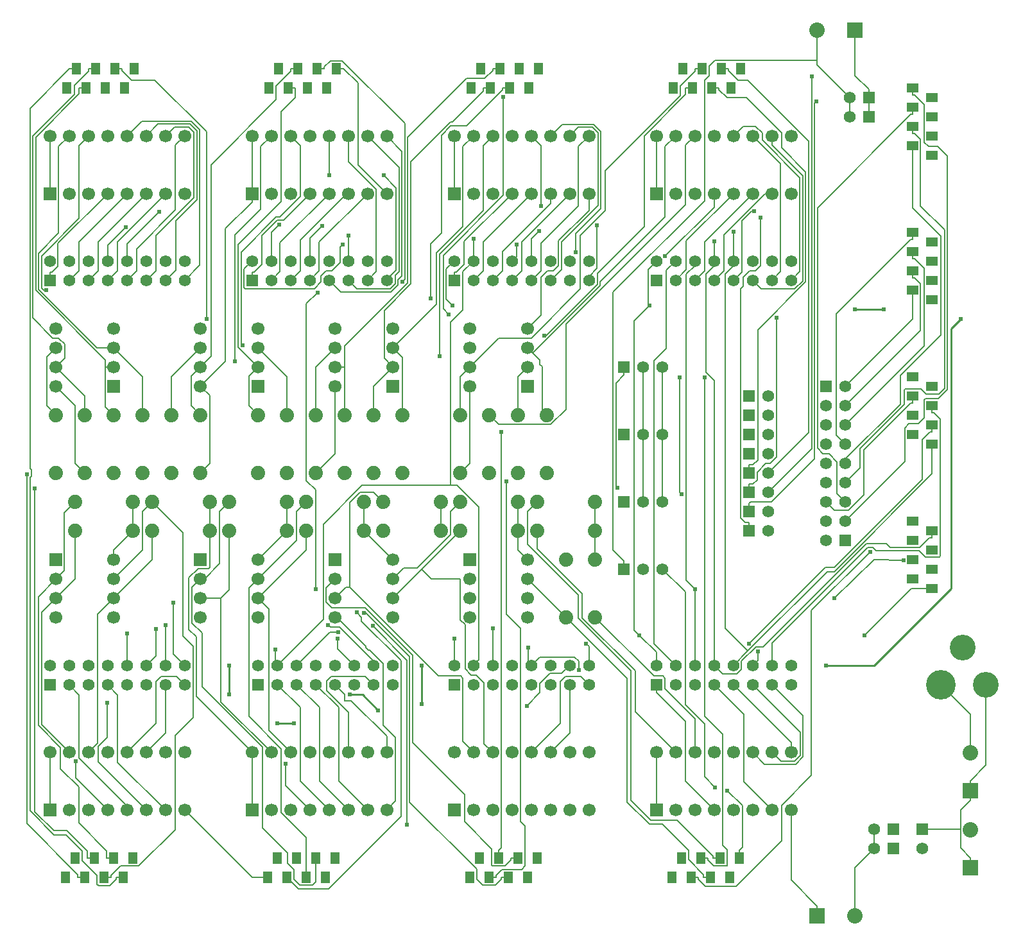
<source format=gbl>
G04 ---------------------------- Layer name :BOTTOM LAYER*
G04 EasyEDA v5.8.22, Thu, 20 Dec 2018 20:30:22 GMT*
G04 f422fc89d8fd4efca302d5ffe9b637f2*
G04 Gerber Generator version 0.2*
G04 Scale: 100 percent, Rotated: No, Reflected: No *
G04 Dimensions in millimeters *
G04 leading zeros omitted , absolute positions ,3 integer and 3 decimal *
%FSLAX33Y33*%
%MOMM*%
G90*
G71D02*

%ADD10C,0.254000*%
%ADD11C,0.210007*%
%ADD12C,0.610006*%
%ADD13C,0.619760*%
%ADD14R,1.295400X1.498600*%
%ADD15R,1.574800X1.574800*%
%ADD16C,1.574800*%
%ADD17R,2.032000X2.032000*%
%ADD18C,2.032000*%
%ADD19R,1.699260X1.699260*%
%ADD20C,1.699260*%
%ADD21R,1.498600X1.295400*%
%ADD22C,3.401060*%
%ADD23C,3.898900*%
%ADD24C,1.879600*%

%LPD*%
G54D11*
G01X99529Y92710D02*
G01X99529Y95346D01*
G01X46189Y92710D02*
G01X46189Y95780D01*
G01X47805Y97393D01*
G01X19522Y92710D02*
G01X19522Y94808D01*
G01X21904Y97193D01*
G01X72859Y92710D02*
G01X73461Y93311D01*
G01X73461Y94932D01*
G01X128272Y56222D02*
G01X127932Y56222D01*
G01X126662Y54952D01*
G01X122760Y54952D01*
G01X122234Y55476D01*
G01X119649Y55476D01*
G01X105991Y41818D01*
G01X105041Y41818D01*
G01X103136Y39913D01*
G01X103136Y38862D01*
G01X102527Y38252D01*
G01X100647Y38252D01*
G01X99529Y39370D01*
G01X99529Y92710D02*
G01X99529Y92113D01*
G01X98430Y91013D01*
G01X98430Y78036D01*
G01X99529Y76936D01*
G01X99529Y39370D01*
G01X128272Y57147D02*
G01X128272Y56222D01*
G01X44450Y39370D02*
G01X48821Y43741D01*
G01X49933Y43741D01*
G01X70319Y39370D02*
G01X70319Y44279D01*
G01X96989Y49443D02*
G01X95844Y50589D01*
G01X95844Y90967D01*
G01X96989Y92113D01*
G01X96989Y92710D01*
G01X96989Y49443D02*
G01X96989Y39370D01*
G01X115391Y48291D02*
G01X120650Y53340D01*
G01X124498Y53281D01*
G01X41910Y39370D02*
G01X41653Y39626D01*
G01X41653Y41508D01*
G01X67779Y92710D02*
G01X67779Y95628D01*
G01X42153Y97563D02*
G01X41109Y96522D01*
G01X41109Y92710D01*
G01X64764Y63146D02*
G01X53098Y63146D01*
G01X47972Y58021D01*
G01X47972Y45432D01*
G01X41910Y39370D01*
G01X64764Y63146D02*
G01X64764Y84625D01*
G01X66375Y86235D01*
G01X66375Y91305D01*
G01X67779Y92710D01*
G01X94449Y92710D02*
G01X93240Y91500D01*
G01X93240Y81191D01*
G01X91594Y79545D01*
G01X91594Y42224D01*
G01X94449Y39370D01*
G01X67779Y39370D02*
G01X68496Y40086D01*
G01X68496Y60241D01*
G01X65590Y63146D01*
G01X64764Y63146D01*
G01X16857Y13970D02*
G01X16857Y14894D01*
G01X14137Y17614D01*
G01X12410Y17614D01*
G01X9933Y20093D01*
G01X9933Y62717D01*
G01X17782Y13970D02*
G01X16857Y13970D01*
G01X71120Y14996D02*
G01X71455Y15331D01*
G01X71455Y70185D01*
G01X71120Y13970D02*
G01X71120Y14996D01*
G01X15587Y11430D02*
G01X15587Y11793D01*
G01X8841Y18539D01*
G01X8841Y64622D01*
G01X16512Y11430D02*
G01X15587Y11430D01*
G01X69852Y72387D02*
G01X71069Y71170D01*
G01X78003Y71170D01*
G01X80012Y73179D01*
G01X80012Y84396D01*
G01X95773Y100157D01*
G01X95773Y108003D01*
G01X96989Y109220D01*
G01X106680Y62230D02*
G01X112387Y67937D01*
G01X112387Y117045D01*
G01X48092Y118110D02*
G01X48092Y118341D01*
G01X48887Y119136D01*
G01X50469Y119136D01*
G01X58742Y110863D01*
G01X58742Y90302D01*
G01X58420Y89979D01*
G01X47167Y118110D02*
G01X48092Y118110D01*
G01X21424Y118110D02*
G01X21424Y117878D01*
G01X22707Y116596D01*
G01X25745Y116596D01*
G01X32580Y109761D01*
G01X32580Y85095D01*
G01X94985Y77332D02*
G01X94985Y62242D01*
G01X95255Y61970D01*
G01X20500Y118110D02*
G01X21424Y118110D01*
G01X65239Y39370D02*
G01X65239Y42928D01*
G01X91010Y86880D02*
G01X88960Y84830D01*
G01X88960Y44051D01*
G01X89662Y43350D01*
G01X91909Y39370D02*
G01X91909Y41104D01*
G01X89662Y43350D01*
G01X127246Y49527D02*
G01X125557Y49527D01*
G01X119377Y43347D01*
G01X128272Y49527D02*
G01X127246Y49527D01*
G01X91909Y92710D02*
G01X90797Y91597D01*
G01X90797Y87094D01*
G01X91010Y86880D01*
G01X65239Y92710D02*
G01X64175Y91645D01*
G01X64175Y87726D01*
G01X65021Y86880D01*
G01X38569Y92710D02*
G01X37505Y91645D01*
G01X37505Y89268D01*
G01X37678Y89095D01*
G01X46776Y89095D01*
G01X47652Y89971D01*
G01X47652Y90721D01*
G01X48369Y91440D01*
G01X49100Y91440D01*
G01X50187Y92527D01*
G01X50187Y94574D01*
G01X50553Y94940D01*
G01X75399Y39370D02*
G01X74988Y39784D01*
G01X74988Y41765D01*
G01X102069Y92710D02*
G01X102069Y96583D01*
G01X22062Y39370D02*
G01X22062Y43599D01*
G01X22062Y92710D02*
G01X22062Y94960D01*
G01X26299Y99199D01*
G01X75399Y39370D02*
G01X76502Y40472D01*
G01X81125Y40472D01*
G01X81655Y39941D01*
G01X81655Y38737D01*
G01X103992Y41313D02*
G01X102069Y39387D01*
G01X102069Y39370D01*
G01X128272Y68577D02*
G01X128272Y64643D01*
G01X128272Y64643D01*
G01X115371Y51742D01*
G01X114424Y51742D01*
G01X103992Y41313D01*
G01X102069Y92710D02*
G01X102069Y92113D01*
G01X101003Y91046D01*
G01X101003Y44305D01*
G01X103992Y41313D01*
G01X75399Y92710D02*
G01X75399Y95651D01*
G01X76410Y96662D01*
G01X52070Y39370D02*
G01X49895Y41544D01*
G01X49895Y42943D01*
G01X24602Y39370D02*
G01X25867Y40634D01*
G01X25867Y44196D01*
G01X51269Y92710D02*
G01X51269Y96126D01*
G01X128272Y71117D02*
G01X128272Y70192D01*
G01X128272Y70192D02*
G01X128041Y70192D01*
G01X126974Y69126D01*
G01X126974Y63886D01*
G01X115404Y52316D01*
G01X114167Y52316D01*
G01X104089Y42237D01*
G01X104609Y39370D02*
G01X105283Y40043D01*
G01X105283Y41236D01*
G01X27142Y39370D02*
G01X27142Y44706D01*
G01X54610Y39370D02*
G01X54610Y39916D01*
G01X50116Y44409D01*
G01X48897Y44409D01*
G01X48600Y44706D01*
G01X128272Y73657D02*
G01X128272Y72732D01*
G01X128272Y72732D02*
G01X128503Y72732D01*
G01X129395Y71838D01*
G01X129395Y53820D01*
G01X129260Y53682D01*
G01X127391Y53682D01*
G01X126522Y54551D01*
G01X120870Y54551D01*
G01X120456Y54963D01*
G01X119814Y54963D01*
G01X107149Y42298D01*
G01X107149Y39370D01*
G01X80479Y39370D02*
G01X79415Y38305D01*
G01X77889Y38305D01*
G01X76568Y36984D01*
G01X76568Y35765D01*
G01X74795Y33995D01*
G01X56349Y20320D02*
G01X57513Y21483D01*
G01X57513Y29834D01*
G01X55880Y31470D01*
G01X55880Y39621D01*
G01X54104Y41396D01*
G01X53954Y41396D01*
G01X53614Y41737D01*
G01X53614Y41887D01*
G01X49781Y45720D01*
G01X49530Y45720D01*
G01X50632Y118110D02*
G01X52539Y116202D01*
G01X52539Y105410D01*
G01X56349Y101600D01*
G01X83019Y101600D02*
G01X83019Y99382D01*
G01X79004Y95366D01*
G01X79004Y92102D01*
G01X78341Y91440D01*
G01X77500Y91440D01*
G01X76669Y90609D01*
G01X76669Y85559D01*
G01X74930Y83820D01*
G01X90172Y69847D02*
G01X90172Y78737D01*
G01X90175Y60957D02*
G01X90172Y60960D01*
G01X90172Y69847D01*
G01X119941Y111757D02*
G01X119941Y114300D01*
G01X132057Y17780D02*
G01X132057Y15285D01*
G01X133350Y13992D01*
G01X133352Y21567D02*
G01X132057Y20269D01*
G01X132057Y17780D01*
G01X127000Y17780D02*
G01X132057Y17780D01*
G01X29682Y20320D02*
G01X38572Y11430D01*
G01X40640Y11430D01*
G01X49707Y118110D02*
G01X50632Y118110D01*
G01X113108Y6350D02*
G01X113108Y7642D01*
G01X113108Y7642D02*
G01X109689Y11061D01*
G01X109689Y20320D01*
G01X119941Y114300D02*
G01X119941Y115364D01*
G01X118112Y123187D02*
G01X118112Y117193D01*
G01X119941Y115364D01*
G01X133350Y12700D02*
G01X133350Y13992D01*
G01X133352Y22860D02*
G01X133352Y21567D01*
G01X133352Y23505D02*
G01X133352Y22860D01*
G01X133352Y23505D02*
G01X133352Y24152D01*
G01X135409Y36827D02*
G01X135409Y26210D01*
G01X133352Y24152D01*
G01X87630Y53134D02*
G01X86182Y54582D01*
G01X86182Y88595D01*
G01X98259Y100672D01*
G01X98259Y116535D01*
G01X98892Y117167D01*
G01X98892Y118447D01*
G01X99636Y119189D01*
G01X113108Y119189D01*
G01X113108Y119189D02*
G01X113108Y118592D01*
G01X117401Y114300D01*
G01X113108Y123187D02*
G01X113108Y119189D01*
G01X87630Y52070D02*
G01X87630Y53134D01*
G01X117401Y111757D02*
G01X117401Y111757D01*
G01X117401Y114300D01*
G01X70774Y11430D02*
G01X70774Y11661D01*
G01X71569Y12456D01*
G01X74122Y12456D01*
G01X74584Y12920D01*
G01X74584Y18186D01*
G01X74000Y18770D01*
G01X74000Y44254D01*
G01X72097Y46156D01*
G01X72097Y63687D01*
G01X69850Y11430D02*
G01X70774Y11430D01*
G01X52359Y46390D02*
G01X53014Y45735D01*
G01X53014Y45222D01*
G01X58229Y40007D01*
G01X58229Y19441D01*
G01X48676Y9885D01*
G01X44724Y9885D01*
G01X43180Y11430D01*
G01X98259Y77383D02*
G01X98259Y32710D01*
G01X100662Y30307D01*
G01X100662Y15633D01*
G01X101272Y15024D01*
G01X101272Y13004D01*
G01X101211Y12943D01*
G01X99509Y12943D01*
G01X98714Y13738D01*
G01X98714Y13970D01*
G01X97790Y13970D02*
G01X98714Y13970D01*
G01X28196Y47614D02*
G01X28196Y40855D01*
G01X29682Y39370D01*
G01X47198Y88569D02*
G01X45727Y87096D01*
G01X45727Y63776D01*
G01X46977Y62527D01*
G01X46977Y49433D01*
G01X83019Y39370D02*
G01X83019Y41871D01*
G01X82633Y42257D01*
G01X64508Y85676D02*
G01X63789Y86395D01*
G01X63789Y93454D01*
G01X71714Y101379D01*
G01X71714Y114348D01*
G01X92710Y52070D02*
G01X95719Y49060D01*
G01X95719Y34226D01*
G01X98259Y31686D01*
G01X98259Y24711D01*
G01X99679Y23291D01*
G01X102870Y14996D02*
G01X103284Y15410D01*
G01X103284Y20861D01*
G01X101254Y22887D01*
G01X102870Y13970D02*
G01X102870Y14996D01*
G01X92712Y69847D02*
G01X92712Y78737D01*
G01X92715Y60957D02*
G01X92712Y60960D01*
G01X92712Y69847D01*
G01X118112Y6347D02*
G01X118112Y12700D01*
G01X120650Y15237D01*
G01X120650Y15237D02*
G01X120650Y17780D01*
G01X129415Y36827D02*
G01X133352Y32890D01*
G01X133352Y27861D01*
G01X97444Y11430D02*
G01X97444Y11198D01*
G01X98369Y10274D01*
G01X102443Y10274D01*
G01X108419Y16248D01*
G01X108419Y20919D01*
G01X112377Y24879D01*
G01X112377Y46639D01*
G01X120119Y54381D01*
G01X96520Y11430D02*
G01X97444Y11430D01*
G01X58996Y18333D02*
G01X58996Y40065D01*
G01X54472Y44589D01*
G01X104140Y63294D02*
G01X104673Y63294D01*
G01X105204Y63827D01*
G01X105204Y64874D01*
G01X106370Y66040D01*
G01X106923Y66040D01*
G01X107746Y66862D01*
G01X107746Y85211D01*
G01X72567Y115567D02*
G01X71643Y115567D01*
G01X104140Y62230D02*
G01X104140Y63294D01*
G01X62113Y87800D02*
G01X62113Y94957D01*
G01X63540Y96385D01*
G01X63540Y109319D01*
G01X64747Y110528D01*
G01X66835Y110528D01*
G01X71643Y115336D01*
G01X71643Y115567D01*
G01X104140Y60754D02*
G01X104345Y60960D01*
G01X107111Y60960D01*
G01X112770Y66619D01*
G01X112770Y113548D01*
G01X112994Y113771D01*
G01X104140Y59690D02*
G01X104140Y60754D01*
G01X104140Y58214D02*
G01X103604Y58214D01*
G01X103017Y58801D01*
G01X103017Y89047D01*
G01X103339Y89369D01*
G01X103339Y90609D01*
G01X104170Y91440D01*
G01X105011Y91440D01*
G01X105674Y92102D01*
G01X105674Y98473D01*
G01X104140Y57150D02*
G01X104140Y58214D01*
G01X22062Y109220D02*
G01X24030Y111191D01*
G01X30535Y111191D01*
G01X31683Y110042D01*
G01X31683Y92171D01*
G01X29682Y90170D01*
G01X91909Y36830D02*
G01X91909Y35765D01*
G01X91909Y35765D02*
G01X95719Y31955D01*
G01X95719Y24130D01*
G01X99529Y20320D01*
G01X43649Y90170D02*
G01X44919Y91440D01*
G01X44919Y95478D01*
G01X51041Y101600D01*
G01X51269Y101600D01*
G01X107149Y36830D02*
G01X111252Y32727D01*
G01X111252Y27305D01*
G01X110304Y26357D01*
G01X106192Y26357D01*
G01X104609Y27940D01*
G01X76200Y57150D02*
G01X76200Y54805D01*
G01X82133Y48872D01*
G01X82133Y45626D01*
G01X89108Y38651D01*
G01X89108Y33281D01*
G01X94449Y27940D01*
G01X96989Y27940D02*
G01X96989Y32349D01*
G01X93045Y36296D01*
G01X93045Y37670D01*
G01X92750Y37965D01*
G01X91577Y37965D01*
G01X83822Y45717D01*
G01X11399Y88851D02*
G01X11109Y88851D01*
G01X10797Y89166D01*
G01X10797Y93416D01*
G01X15712Y98331D01*
G01X15712Y107950D01*
G01X16982Y109220D01*
G01X12700Y72390D02*
G01X11465Y73624D01*
G01X11465Y80043D01*
G01X12702Y81277D01*
G01X80479Y36830D02*
G01X80479Y30480D01*
G01X77939Y27940D01*
G01X63284Y80149D02*
G01X63284Y93614D01*
G01X69049Y99382D01*
G01X69049Y107950D01*
G01X70319Y109220D01*
G01X46990Y72390D02*
G01X46990Y78737D01*
G01X49532Y81277D01*
G01X100162Y115570D02*
G01X100162Y115338D01*
G01X101229Y114272D01*
G01X103756Y114272D01*
G01X108419Y109608D01*
G01X108419Y107701D01*
G01X111612Y104505D01*
G01X111612Y89971D01*
G01X105275Y83632D01*
G01X105275Y66436D01*
G01X104673Y65834D01*
G01X104140Y65834D01*
G01X99237Y115570D02*
G01X100162Y115570D01*
G01X104140Y64770D02*
G01X104140Y65834D01*
G01X51475Y49672D02*
G01X63185Y37965D01*
G01X66080Y37965D01*
G01X66375Y37670D01*
G01X66375Y29347D01*
G01X67779Y27940D01*
G01X49530Y48260D02*
G01X50942Y49672D01*
G01X51475Y49672D01*
G01X55885Y60957D02*
G01X54612Y62230D01*
G01X52804Y62230D01*
G01X51475Y60901D01*
G01X51475Y49672D01*
G01X57152Y81277D02*
G01X62900Y87028D01*
G01X62900Y93774D01*
G01X66375Y97248D01*
G01X66375Y107815D01*
G01X67779Y109220D01*
G01X58420Y72390D02*
G01X58420Y80010D01*
G01X57152Y81277D01*
G01X19522Y36830D02*
G01X20848Y35504D01*
G01X20848Y26614D01*
G01X27142Y20320D01*
G01X24602Y109220D02*
G01X26189Y110807D01*
G01X30378Y110807D01*
G01X31300Y109885D01*
G01X31300Y100817D01*
G01X28488Y98005D01*
G01X28488Y91516D01*
G01X27142Y90170D01*
G01X100330Y13970D02*
G01X99405Y13970D01*
G01X76202Y60960D02*
G01X74932Y59690D01*
G01X74932Y55338D01*
G01X81615Y48658D01*
G01X81615Y45603D01*
G01X88567Y38651D01*
G01X88567Y21567D01*
G01X91183Y18950D01*
G01X94653Y18950D01*
G01X99405Y14201D01*
G01X99405Y13970D01*
G01X45720Y11430D02*
G01X45720Y16634D01*
G01X42379Y19974D01*
G01X42379Y28387D01*
G01X38133Y32633D01*
G01X38133Y49563D01*
G01X39370Y50800D01*
G01X45722Y60957D02*
G01X44452Y59687D01*
G01X44452Y55882D01*
G01X39370Y50800D01*
G01X75618Y80591D02*
G01X74930Y81280D01*
G01X77472Y72387D02*
G01X76837Y73025D01*
G01X76837Y78803D01*
G01X76555Y79082D01*
G01X76555Y79654D01*
G01X75618Y80591D01*
G01X94449Y109220D02*
G01X93042Y107812D01*
G01X93042Y98559D01*
G01X84490Y90004D01*
G01X84490Y89463D01*
G01X75618Y80591D01*
G01X98135Y11430D02*
G01X98135Y11790D01*
G01X96174Y13751D01*
G01X96174Y14991D01*
G01X92732Y18432D01*
G01X90972Y18432D01*
G01X88061Y21343D01*
G01X88061Y37668D01*
G01X80010Y45720D01*
G01X99060Y11430D02*
G01X98135Y11430D01*
G01X80010Y45720D02*
G01X80010Y45720D01*
G01X74932Y50797D01*
G01X71465Y11430D02*
G01X71465Y11198D01*
G01X70670Y10403D01*
G01X69016Y10403D01*
G01X68234Y11183D01*
G01X68234Y12489D01*
G01X59377Y21343D01*
G01X59377Y40543D01*
G01X53621Y46299D01*
G01X53334Y46299D01*
G01X72390Y11430D02*
G01X71465Y11430D01*
G01X66042Y60957D02*
G01X64772Y59690D01*
G01X64772Y56669D01*
G01X60314Y52212D01*
G01X58562Y52212D01*
G01X58562Y52212D01*
G01X57150Y50800D01*
G01X100507Y118110D02*
G01X101432Y118110D01*
G01X106680Y64770D02*
G01X112003Y70093D01*
G01X112003Y108531D01*
G01X103939Y116596D01*
G01X102715Y116596D01*
G01X101432Y117878D01*
G01X101432Y118110D01*
G01X69103Y115567D02*
G01X69103Y115153D01*
G01X64996Y111046D01*
G01X64724Y111046D01*
G01X59507Y105829D01*
G01X59507Y89702D01*
G01X55996Y86189D01*
G01X55996Y79893D01*
G01X57152Y78737D01*
G01X70027Y115567D02*
G01X69103Y115567D01*
G01X54612Y72387D02*
G01X54612Y76197D01*
G01X57152Y78737D01*
G01X56349Y109220D02*
G01X58359Y107210D01*
G01X58359Y90741D01*
G01X57838Y90220D01*
G01X57838Y89557D01*
G01X56890Y88610D01*
G01X50289Y88610D01*
G01X48729Y90170D01*
G01X51269Y109220D02*
G01X51269Y105857D01*
G01X54945Y102184D01*
G01X54945Y91302D01*
G01X53809Y90170D01*
G01X56349Y90170D02*
G01X56349Y90299D01*
G01X57594Y91541D01*
G01X57594Y102379D01*
G01X55910Y104063D01*
G01X48729Y109220D02*
G01X48729Y104063D01*
G01X53809Y20320D02*
G01X49999Y24130D01*
G01X49999Y33820D01*
G01X46990Y36830D01*
G01X38569Y91234D02*
G01X38836Y91234D01*
G01X39839Y92240D01*
G01X39839Y96075D01*
G01X41912Y98145D01*
G01X42738Y98145D01*
G01X46189Y101600D01*
G01X38569Y90170D02*
G01X38569Y91234D01*
G01X14495Y118110D02*
G01X9265Y112880D01*
G01X9265Y65351D01*
G01X9436Y65181D01*
G01X9436Y64358D01*
G01X9265Y64185D01*
G01X9265Y20220D01*
G01X12443Y17040D01*
G01X14018Y17040D01*
G01X16189Y14871D01*
G01X16189Y13586D01*
G01X18127Y11648D01*
G01X18127Y10507D01*
G01X18341Y10294D01*
G01X19763Y10294D01*
G01X20667Y11198D01*
G01X20667Y11430D01*
G01X15420Y118110D02*
G01X14495Y118110D01*
G01X21592Y11430D02*
G01X20667Y11430D01*
G01X87632Y78737D02*
G01X87632Y77673D01*
G01X87632Y77673D02*
G01X86568Y76608D01*
G01X86568Y63070D01*
G01X86791Y62847D01*
G01X33020Y57150D02*
G01X33020Y52341D01*
G01X32834Y52156D01*
G01X31468Y52156D01*
G01X30238Y50927D01*
G01X30238Y44091D01*
G01X31196Y43134D01*
G01X31196Y35313D01*
G01X38569Y27940D01*
G01X63505Y60957D02*
G01X63502Y60954D01*
G01X63502Y57147D01*
G01X38569Y27940D02*
G01X38569Y21447D01*
G01X38572Y21447D01*
G01X91909Y20320D02*
G01X91909Y21447D01*
G01X91909Y27940D02*
G01X91909Y21447D01*
G01X91909Y21447D01*
G01X38572Y20320D02*
G01X38572Y21447D01*
G01X11902Y20320D02*
G01X11902Y21447D01*
G01X11902Y27940D02*
G01X11902Y21447D01*
G01X11902Y21447D01*
G01X83822Y57150D02*
G01X83822Y60960D01*
G01X83822Y53337D02*
G01X83822Y57150D01*
G01X83820Y57150D02*
G01X83822Y57150D01*
G01X73665Y57147D02*
G01X73665Y54607D01*
G01X74932Y53337D01*
G01X73662Y60957D02*
G01X73662Y57150D01*
G01X73665Y57147D01*
G01X43182Y57147D02*
G01X43177Y57147D01*
G01X39370Y53340D01*
G01X43182Y57147D02*
G01X43182Y60957D01*
G01X53342Y57147D02*
G01X57150Y53340D01*
G01X57150Y53340D01*
G01X53342Y60957D02*
G01X53342Y57147D01*
G01X22860Y57150D02*
G01X20322Y54612D01*
G01X20322Y53337D01*
G01X22860Y57150D02*
G01X22860Y60960D01*
G01X33020Y57150D02*
G01X33020Y60960D01*
G01X49530Y50800D02*
G01X48356Y49626D01*
G01X48356Y47706D01*
G01X49070Y46990D01*
G01X53472Y46990D01*
G01X59761Y40700D01*
G01X59761Y29182D01*
G01X66581Y22362D01*
G01X66581Y18757D01*
G01X70195Y15143D01*
G01X70195Y13004D01*
G01X70256Y12943D01*
G01X71940Y12943D01*
G01X72735Y13738D01*
G01X72735Y13970D01*
G01X73660Y13970D02*
G01X72735Y13970D01*
G01X60959Y52070D02*
G01X62189Y50800D01*
G01X66040Y50800D01*
G01X66042Y45387D01*
G01X66672Y44757D01*
G01X66672Y38930D01*
G01X67503Y38100D01*
G01X68181Y38100D01*
G01X69202Y37078D01*
G01X69202Y29057D01*
G01X70319Y27940D01*
G01X60162Y51267D02*
G01X57157Y48260D01*
G01X57150Y48260D01*
G01X66045Y57147D02*
G01X60162Y51267D01*
G01X31750Y50800D02*
G01X30622Y49672D01*
G01X30622Y44975D01*
G01X31963Y43637D01*
G01X31963Y36537D01*
G01X39921Y28577D01*
G01X39921Y17940D01*
G01X43248Y14612D01*
G01X43248Y13274D01*
G01X44104Y12420D01*
G01X44104Y11158D01*
G01X44861Y10403D01*
G01X46583Y10403D01*
G01X46990Y10810D01*
G01X46990Y13970D01*
G01X35562Y60957D02*
G01X34290Y59687D01*
G01X34290Y52798D01*
G01X32291Y50800D01*
G01X31750Y50800D01*
G01X34480Y48260D02*
G01X34480Y34569D01*
G01X41109Y27940D01*
G01X34480Y48260D02*
G01X35562Y49339D01*
G01X35562Y57147D01*
G01X34480Y48260D02*
G01X31750Y48260D01*
G01X39370Y48260D02*
G01X40782Y46847D01*
G01X40782Y30807D01*
G01X43649Y27940D01*
G01X45722Y57147D02*
G01X45722Y54612D01*
G01X39370Y48260D01*
G01X25400Y60960D02*
G01X29433Y56926D01*
G01X29433Y43273D01*
G01X30812Y41892D01*
G01X30812Y32534D01*
G01X28412Y30132D01*
G01X28412Y17724D01*
G01X23632Y12943D01*
G01X21259Y12943D01*
G01X19977Y11661D01*
G01X19977Y11430D01*
G01X19052Y11430D02*
G01X19977Y11430D01*
G01X25400Y60960D02*
G01X24130Y59690D01*
G01X24130Y54607D01*
G01X20322Y50797D01*
G01X20322Y13970D02*
G01X19397Y13970D01*
G01X19397Y13970D02*
G01X19397Y14894D01*
G01X15712Y18580D01*
G01X15712Y23347D01*
G01X13307Y25753D01*
G01X13307Y28521D01*
G01X10363Y31468D01*
G01X10363Y48460D01*
G01X12702Y50797D01*
G01X15240Y60960D02*
G01X13827Y59547D01*
G01X13827Y51925D01*
G01X12702Y50797D01*
G01X12702Y48257D02*
G01X10815Y46372D01*
G01X10815Y31567D01*
G01X14442Y27940D01*
G01X15240Y57150D02*
G01X15240Y50797D01*
G01X12702Y48257D01*
G01X20322Y48257D02*
G01X18176Y46113D01*
G01X18176Y29136D01*
G01X16982Y27940D01*
G01X25400Y57150D02*
G01X25400Y53337D01*
G01X20322Y48257D01*
G01X67310Y78740D02*
G01X71130Y82562D01*
G01X75394Y82562D01*
G01X81864Y89029D01*
G01X81864Y96080D01*
G01X85189Y99405D01*
G01X85189Y104673D01*
G01X95082Y114566D01*
G01X95082Y115788D01*
G01X97043Y117749D01*
G01X97043Y118110D01*
G01X97967Y118110D02*
G01X97043Y118110D01*
G01X66042Y72387D02*
G01X66042Y77472D01*
G01X67310Y78740D01*
G01X95773Y115570D02*
G01X95773Y114716D01*
G01X90291Y109235D01*
G01X90291Y97266D01*
G01X84107Y91079D01*
G01X84107Y89621D01*
G01X77388Y82903D01*
G01X77083Y82903D01*
G01X96697Y115570D02*
G01X95773Y115570D01*
G01X73660Y72390D02*
G01X73660Y77470D01*
G01X74930Y78740D01*
G01X31750Y64770D02*
G01X32986Y66009D01*
G01X32986Y74963D01*
G01X31752Y76197D01*
G01X38572Y100474D02*
G01X35074Y96977D01*
G01X35074Y79519D01*
G01X31752Y76197D01*
G01X66042Y64767D02*
G01X67310Y66037D01*
G01X67310Y76200D01*
G01X49532Y76197D02*
G01X49532Y67312D01*
G01X46990Y64770D01*
G01X12702Y76197D02*
G01X15250Y73649D01*
G01X15250Y66029D01*
G01X16512Y64767D01*
G01X38572Y101600D02*
G01X38572Y100474D01*
G01X38572Y102163D02*
G01X38572Y101600D01*
G01X38572Y102163D02*
G01X38572Y102727D01*
G01X91909Y101600D02*
G01X91909Y102727D01*
G01X91909Y109220D02*
G01X91909Y102727D01*
G01X91909Y102727D01*
G01X65242Y101600D02*
G01X65242Y102727D01*
G01X65239Y109220D02*
G01X65239Y102727D01*
G01X65242Y102727D01*
G01X38569Y109220D02*
G01X38569Y102727D01*
G01X38572Y102727D01*
G01X11902Y101600D02*
G01X11902Y102727D01*
G01X11902Y109220D02*
G01X11902Y102727D01*
G01X11902Y102727D01*
G01X70373Y118107D02*
G01X70373Y117876D01*
G01X69286Y116789D01*
G01X66903Y116789D01*
G01X59126Y109011D01*
G01X59126Y89860D01*
G01X50800Y81534D01*
G01X50800Y81534D01*
G01X50800Y78737D01*
G01X71297Y118107D02*
G01X70373Y118107D01*
G01X50800Y72390D02*
G01X50800Y78737D01*
G01X50800Y78737D02*
G01X49532Y78737D01*
G01X44627Y118110D02*
G01X43703Y118110D01*
G01X43703Y118110D02*
G01X43703Y117769D01*
G01X41755Y115818D01*
G01X41755Y114000D01*
G01X33164Y105412D01*
G01X33164Y80152D01*
G01X31752Y78737D01*
G01X31750Y72390D02*
G01X30515Y73624D01*
G01X30515Y77503D01*
G01X31752Y78737D01*
G01X39372Y78737D02*
G01X36720Y81389D01*
G01X36720Y94894D01*
G01X42379Y100556D01*
G01X42379Y112392D01*
G01X44282Y114292D01*
G01X44282Y115570D01*
G01X43357Y115570D02*
G01X44282Y115570D01*
G01X39372Y72387D02*
G01X38148Y73611D01*
G01X38148Y77513D01*
G01X39372Y78737D01*
G01X41109Y109220D02*
G01X39705Y107815D01*
G01X39705Y99537D01*
G01X36337Y96169D01*
G01X36337Y79481D01*
G01X43182Y72387D02*
G01X43182Y77467D01*
G01X39372Y81277D01*
G01X37322Y81615D02*
G01X37122Y81815D01*
G01X37122Y93898D01*
G01X41752Y98529D01*
G01X42217Y98529D01*
G01X44919Y101231D01*
G01X44919Y107950D01*
G01X43649Y109220D01*
G01X27942Y72387D02*
G01X27942Y77470D01*
G01X31752Y81277D01*
G01X12702Y78737D02*
G01X13853Y79890D01*
G01X13853Y81762D01*
G01X13065Y82547D01*
G01X12306Y82547D01*
G01X9649Y85206D01*
G01X9649Y109184D01*
G01X15176Y114714D01*
G01X15176Y115907D01*
G01X17035Y117767D01*
G01X17035Y118110D01*
G01X17960Y118110D02*
G01X17035Y118110D01*
G01X16512Y72387D02*
G01X16512Y74927D01*
G01X12702Y78737D01*
G01X19194Y78737D02*
G01X19194Y79687D01*
G01X10030Y88849D01*
G01X10030Y109024D01*
G01X15765Y114759D01*
G01X15765Y115570D01*
G01X20320Y72390D02*
G01X19194Y73515D01*
G01X19194Y78737D01*
G01X19194Y78737D02*
G01X20322Y78737D01*
G01X16690Y115570D02*
G01X15765Y115570D01*
G01X20322Y81277D02*
G01X18143Y81277D01*
G01X10414Y89006D01*
G01X10414Y93756D01*
G01X13047Y96393D01*
G01X13047Y107828D01*
G01X13047Y107828D01*
G01X14442Y109220D01*
G01X24132Y72387D02*
G01X24132Y77467D01*
G01X20322Y81277D01*
G01X99529Y36830D02*
G01X103474Y32885D01*
G01X103474Y23995D01*
G01X107149Y20320D01*
G01X102069Y36830D02*
G01X109689Y29210D01*
G01X109689Y27940D01*
G01X107149Y27940D02*
G01X108348Y26741D01*
G01X110147Y26741D01*
G01X110871Y27465D01*
G01X110871Y30568D01*
G01X104609Y36830D01*
G01X46189Y20320D02*
G01X42984Y23525D01*
G01X42984Y26395D01*
G01X41910Y36830D02*
G01X44919Y33820D01*
G01X44919Y24130D01*
G01X48729Y20320D01*
G01X44450Y36830D02*
G01X47459Y33820D01*
G01X47459Y24130D01*
G01X51269Y20320D01*
G01X49530Y36830D02*
G01X50802Y35557D01*
G01X50804Y34696D01*
G01X51652Y34696D01*
G01X56349Y30010D01*
G01X56349Y27940D01*
G01X54610Y36830D02*
G01X53502Y37937D01*
G01X49029Y37937D01*
G01X48387Y37294D01*
G01X48387Y36029D01*
G01X51269Y33144D01*
G01X51269Y27940D01*
G01X14442Y36830D02*
G01X15768Y35504D01*
G01X15768Y27147D01*
G01X22062Y20853D01*
G01X22062Y20320D01*
G01X19456Y34470D02*
G01X19456Y29862D01*
G01X18252Y28658D01*
G01X18252Y26670D01*
G01X24602Y20320D01*
G01X27142Y36830D02*
G01X27142Y30480D01*
G01X24602Y27940D01*
G01X93057Y93350D02*
G01X99529Y99819D01*
G01X99529Y101600D01*
G01X102069Y101600D02*
G01X95862Y95392D01*
G01X95862Y91582D01*
G01X94449Y90170D01*
G01X96989Y90170D02*
G01X98259Y91440D01*
G01X98259Y95250D01*
G01X104609Y101600D01*
G01X99529Y90170D02*
G01X100799Y91440D01*
G01X100799Y96169D01*
G01X106230Y101600D01*
G01X107149Y101600D01*
G01X102069Y90170D02*
G01X103182Y91282D01*
G01X103182Y98010D01*
G01X104475Y99306D01*
G01X104775Y99306D01*
G01X104609Y90170D02*
G01X105707Y89072D01*
G01X110172Y89072D01*
G01X111213Y90114D01*
G01X111213Y103924D01*
G01X107149Y107988D01*
G01X107149Y109220D01*
G01X107149Y90170D02*
G01X108303Y91323D01*
G01X108303Y105526D01*
G01X104609Y109220D01*
G01X109689Y90170D02*
G01X110830Y91310D01*
G01X110830Y103710D01*
G01X105879Y108661D01*
G01X105879Y109616D01*
G01X104988Y110507D01*
G01X103357Y110507D01*
G01X102069Y109220D01*
G01X65239Y91234D02*
G01X65506Y91234D01*
G01X66545Y92273D01*
G01X66545Y95285D01*
G01X72859Y101600D01*
G01X65239Y90170D02*
G01X65239Y91234D01*
G01X67779Y90170D02*
G01X69049Y91440D01*
G01X69049Y95250D01*
G01X75399Y101600D01*
G01X77939Y101600D02*
G01X77939Y100281D01*
G01X71589Y93931D01*
G01X71589Y91440D01*
G01X70319Y90170D01*
G01X72859Y90170D02*
G01X74129Y91440D01*
G01X74129Y95250D01*
G01X80479Y101600D01*
G01X77939Y90170D02*
G01X79387Y91617D01*
G01X79387Y95209D01*
G01X84208Y100030D01*
G01X84208Y109641D01*
G01X83494Y110355D01*
G01X81617Y110355D01*
G01X80479Y109220D01*
G01X77939Y109220D02*
G01X79484Y110764D01*
G01X83639Y110764D01*
G01X84597Y109806D01*
G01X84597Y99659D01*
G01X81252Y96316D01*
G01X81252Y93853D01*
G01X83019Y90170D02*
G01X83019Y90678D01*
G01X84086Y91744D01*
G01X84086Y97416D01*
G01X75399Y109220D02*
G01X76669Y107950D01*
G01X76669Y99956D01*
G01X41109Y90170D02*
G01X42242Y91302D01*
G01X42242Y95112D01*
G01X48729Y101600D01*
G01X46189Y90170D02*
G01X47414Y91394D01*
G01X47414Y95204D01*
G01X53809Y101600D01*
G01X53809Y109220D02*
G01X57978Y105054D01*
G01X57978Y91351D01*
G01X57454Y90830D01*
G01X57454Y89725D01*
G01X56799Y89070D01*
G01X52369Y89070D01*
G01X51269Y90170D01*
G01X116840Y76200D02*
G01X125732Y85092D01*
G01X125732Y88897D01*
G01X116840Y73660D02*
G01X126758Y83578D01*
G01X126758Y89717D01*
G01X125963Y90512D01*
G01X125732Y90512D01*
G01X125732Y91437D02*
G01X125732Y90512D01*
G01X125732Y93977D02*
G01X125732Y93052D01*
G01X116840Y71120D02*
G01X127246Y81526D01*
G01X127246Y91770D01*
G01X125963Y93052D01*
G01X125732Y93052D01*
G01X125732Y96517D02*
G01X125732Y95592D01*
G01X125732Y95592D02*
G01X125501Y95592D01*
G01X115663Y85755D01*
G01X115663Y69753D01*
G01X116840Y68580D01*
G01X116840Y66040D02*
G01X116840Y66581D01*
G01X124112Y73853D01*
G01X124112Y77642D01*
G01X129443Y82974D01*
G01X129443Y95971D01*
G01X125732Y99684D01*
G01X125732Y107947D01*
G01X125732Y110487D02*
G01X125732Y109562D01*
G01X125732Y109562D02*
G01X125963Y109562D01*
G01X126758Y108767D01*
G01X126758Y99999D01*
G01X129915Y96845D01*
G01X129915Y75907D01*
G01X129214Y75206D01*
G01X127472Y75206D01*
G01X126827Y75852D01*
G01X124767Y75852D01*
G01X124653Y75737D01*
G01X124653Y73855D01*
G01X118813Y68013D01*
G01X118813Y65473D01*
G01X116840Y63500D01*
G01X125732Y112102D02*
G01X125501Y112102D01*
G01X113151Y99753D01*
G01X113151Y68028D01*
G01X113870Y67310D01*
G01X114670Y67310D01*
G01X115760Y66220D01*
G01X115760Y62039D01*
G01X116840Y60960D01*
G01X125732Y113027D02*
G01X125732Y112102D01*
G01X125732Y114642D02*
G01X125963Y114642D01*
G01X127246Y113360D01*
G01X127246Y108404D01*
G01X127838Y107812D01*
G01X129032Y107812D01*
G01X130296Y106545D01*
G01X130296Y75747D01*
G01X129131Y74582D01*
G01X127408Y74582D01*
G01X127246Y74419D01*
G01X127246Y72036D01*
G01X126494Y71285D01*
G01X125242Y71285D01*
G01X124668Y70711D01*
G01X124668Y66248D01*
G01X116840Y58420D01*
G01X125732Y115567D02*
G01X125732Y114642D01*
G01X11902Y90170D02*
G01X11902Y91234D01*
G01X11902Y91234D02*
G01X12169Y91234D01*
G01X12966Y92031D01*
G01X12966Y95044D01*
G01X19522Y101600D01*
G01X14442Y90170D02*
G01X15712Y91440D01*
G01X15712Y95250D01*
G01X22062Y101600D01*
G01X24602Y101600D02*
G01X18252Y95250D01*
G01X18252Y91440D01*
G01X16982Y90170D01*
G01X27142Y101600D02*
G01X20792Y95250D01*
G01X20792Y91440D01*
G01X19522Y90170D01*
G01X29682Y109220D02*
G01X28470Y108008D01*
G01X28470Y99471D01*
G01X23332Y94333D01*
G01X23332Y91440D01*
G01X22062Y90170D01*
G01X24602Y90170D02*
G01X25872Y91440D01*
G01X25872Y96045D01*
G01X30916Y101092D01*
G01X30916Y109725D01*
G01X30218Y110423D01*
G01X28346Y110423D01*
G01X27142Y109220D01*
G01X15323Y26766D02*
G01X15323Y24518D01*
G01X19522Y20320D01*
G01X75399Y90170D02*
G01X76669Y91440D01*
G01X76669Y95039D01*
G01X81617Y99984D01*
G01X81617Y107817D01*
G01X83019Y109220D01*
G01X125732Y74002D02*
G01X125501Y74002D01*
G01X119283Y67782D01*
G01X119283Y61882D01*
G01X117264Y59862D01*
G01X115394Y59862D01*
G01X114300Y60960D01*
G01X125732Y74927D02*
G01X125732Y74002D01*
G01X83019Y36830D02*
G01X81955Y37894D01*
G01X79872Y37894D01*
G01X79209Y37231D01*
G01X79209Y31750D01*
G01X75399Y27940D01*
G01X29682Y36830D02*
G01X28618Y37894D01*
G01X26535Y37894D01*
G01X25872Y37231D01*
G01X25872Y31750D01*
G01X22062Y27940D01*
G54D10*
G01X114299Y39370D02*
G01X120649Y39370D01*
G01X130809Y49530D01*
G01X130809Y54610D02*
G01X130809Y67310D01*
G01X130809Y49530D01*
G01X130809Y67310D02*
G01X130809Y76200D01*
G01X130810Y76200D02*
G01X130809Y83820D01*
G01X130809Y83820D02*
G01X132079Y85090D01*
G01X121920Y86360D02*
G01X118110Y86360D01*
G01X41910Y31750D02*
G01X44078Y31750D01*
G01X51468Y35558D02*
G01X53127Y35558D01*
G01X55219Y33467D01*
G01X60959Y36830D02*
G01X60959Y39370D01*
G01X60959Y36830D02*
G01X60959Y34290D01*
G01X35560Y39370D02*
G01X35560Y35560D01*
G01X132079Y85090D02*
G01X132079Y85090D01*
G01X132079Y85090D02*
G01X132079Y85090D01*
G01X132079Y85090D02*
G01X132079Y85090D01*
G54D14*
G01X93980Y11430D03*
G01X95250Y13970D03*
G01X96520Y11430D03*
G01X97790Y13970D03*
G01X99060Y11430D03*
G01X100330Y13970D03*
G01X101600Y11430D03*
G01X102870Y13970D03*
G54D15*
G01X104140Y74930D03*
G54D16*
G01X106679Y74930D03*
G54D17*
G01X133350Y12700D03*
G54D18*
G01X133349Y17704D03*
G54D19*
G01X67310Y53339D03*
G54D20*
G01X67311Y50798D03*
G01X67311Y48258D03*
G01X67311Y45718D03*
G01X74931Y45718D03*
G01X74931Y48258D03*
G01X74931Y50798D03*
G01X74931Y53338D03*
G54D15*
G01X87632Y78737D03*
G54D16*
G01X90171Y78738D03*
G01X92711Y78738D03*
G01X114299Y55880D03*
G54D15*
G01X116840Y55880D03*
G54D14*
G01X67310Y11430D03*
G01X68580Y13970D03*
G01X69850Y11430D03*
G01X71120Y13970D03*
G01X72390Y11430D03*
G01X73660Y13970D03*
G01X74930Y11430D03*
G01X76200Y13970D03*
G54D19*
G01X49529Y53340D03*
G54D20*
G01X49529Y50800D03*
G01X49529Y48260D03*
G01X49529Y45720D03*
G01X57149Y45720D03*
G01X57149Y48260D03*
G01X57149Y50800D03*
G01X57149Y53340D03*
G54D14*
G01X40640Y11430D03*
G01X41910Y13970D03*
G01X43180Y11430D03*
G01X44450Y13970D03*
G01X45720Y11430D03*
G01X46990Y13970D03*
G01X48260Y11430D03*
G01X49530Y13970D03*
G54D19*
G01X31749Y53340D03*
G54D20*
G01X31749Y50800D03*
G01X31749Y48260D03*
G01X31749Y45720D03*
G01X39369Y45720D03*
G01X39369Y48260D03*
G01X39369Y50800D03*
G01X39369Y53340D03*
G54D14*
G01X13972Y11430D03*
G01X15242Y13970D03*
G01X16512Y11430D03*
G01X17782Y13970D03*
G01X19052Y11430D03*
G01X20322Y13970D03*
G01X21592Y11430D03*
G01X22862Y13970D03*
G54D19*
G01X12700Y53339D03*
G54D20*
G01X12701Y50798D03*
G01X12701Y48258D03*
G01X12701Y45718D03*
G01X20321Y45718D03*
G01X20321Y48258D03*
G01X20321Y50798D03*
G01X20321Y53338D03*
G54D14*
G01X103047Y118110D03*
G01X101777Y115570D03*
G01X100507Y118110D03*
G01X99237Y115570D03*
G01X97967Y118110D03*
G01X96697Y115570D03*
G01X95427Y118110D03*
G01X94157Y115570D03*
G54D19*
G01X74929Y76200D03*
G54D20*
G01X74929Y78740D03*
G01X74929Y81280D03*
G01X74929Y83820D03*
G01X67309Y83820D03*
G01X67309Y81280D03*
G01X67309Y78740D03*
G01X67309Y76200D03*
G54D14*
G01X76377Y118107D03*
G01X75107Y115567D03*
G01X73837Y118107D03*
G01X72567Y115567D03*
G01X71297Y118107D03*
G01X70027Y115567D03*
G01X68757Y118107D03*
G01X67487Y115567D03*
G54D19*
G01X57150Y76199D03*
G54D20*
G01X57151Y78738D03*
G01X57151Y81278D03*
G01X57151Y83818D03*
G01X49531Y83818D03*
G01X49531Y81278D03*
G01X49531Y78738D03*
G01X49531Y76198D03*
G54D14*
G01X49707Y118110D03*
G01X48437Y115570D03*
G01X47167Y118110D03*
G01X45897Y115570D03*
G01X44627Y118110D03*
G01X43357Y115570D03*
G01X42087Y118110D03*
G01X40817Y115570D03*
G54D19*
G01X39370Y76199D03*
G54D20*
G01X39371Y78738D03*
G01X39371Y81278D03*
G01X39371Y83818D03*
G01X31751Y83818D03*
G01X31751Y81278D03*
G01X31751Y78738D03*
G01X31751Y76198D03*
G54D14*
G01X23040Y118110D03*
G01X21770Y115570D03*
G01X20500Y118110D03*
G01X19230Y115570D03*
G01X17960Y118110D03*
G01X16690Y115570D03*
G01X15420Y118110D03*
G01X14150Y115570D03*
G54D19*
G01X20320Y76199D03*
G54D20*
G01X20321Y78738D03*
G01X20321Y81278D03*
G01X20321Y83818D03*
G01X12701Y83818D03*
G01X12701Y81278D03*
G01X12701Y78738D03*
G01X12701Y76198D03*
G54D15*
G01X87632Y69847D03*
G54D16*
G01X90171Y69848D03*
G01X92711Y69848D03*
G54D15*
G01X87632Y60957D03*
G54D16*
G01X90173Y60957D03*
G01X92713Y60957D03*
G54D15*
G01X87630Y52070D03*
G54D16*
G01X90169Y52070D03*
G01X92709Y52070D03*
G01X117400Y114300D03*
G54D15*
G01X119941Y114300D03*
G54D16*
G01X117400Y111758D03*
G54D15*
G01X119941Y111757D03*
G54D16*
G01X120649Y17780D03*
G54D15*
G01X123190Y17780D03*
G54D16*
G01X120649Y15238D03*
G54D15*
G01X123190Y15240D03*
G54D19*
G01X91908Y20321D03*
G54D20*
G01X94449Y20320D03*
G01X96989Y20320D03*
G01X99529Y20320D03*
G01X102069Y20320D03*
G01X104609Y20320D03*
G01X107149Y20320D03*
G01X109689Y20320D03*
G01X109689Y27940D03*
G01X107149Y27940D03*
G01X104609Y27940D03*
G01X102069Y27940D03*
G01X99529Y27940D03*
G01X96989Y27940D03*
G01X94449Y27940D03*
G01X91909Y27940D03*
G54D19*
G01X65241Y20321D03*
G54D20*
G01X67780Y20320D03*
G01X70320Y20320D03*
G01X72860Y20320D03*
G01X75400Y20320D03*
G01X77940Y20320D03*
G01X80480Y20320D03*
G01X83020Y20320D03*
G01X83020Y27940D03*
G01X80480Y27940D03*
G01X77940Y27940D03*
G01X75400Y27940D03*
G01X72860Y27940D03*
G01X70320Y27940D03*
G01X67780Y27940D03*
G01X65240Y27940D03*
G54D15*
G01X104140Y72390D03*
G54D16*
G01X106679Y72390D03*
G54D19*
G01X38571Y20321D03*
G54D20*
G01X41110Y20320D03*
G01X43650Y20320D03*
G01X46190Y20320D03*
G01X48730Y20320D03*
G01X51270Y20320D03*
G01X53810Y20320D03*
G01X56350Y20320D03*
G01X56350Y27940D03*
G01X53810Y27940D03*
G01X51270Y27940D03*
G01X48730Y27940D03*
G01X46190Y27940D03*
G01X43650Y27940D03*
G01X41110Y27940D03*
G01X38570Y27940D03*
G54D15*
G01X104140Y69850D03*
G54D16*
G01X106679Y69850D03*
G54D19*
G01X11901Y20321D03*
G54D20*
G01X14441Y20320D03*
G01X16981Y20320D03*
G01X19521Y20320D03*
G01X22061Y20320D03*
G01X24601Y20320D03*
G01X27141Y20320D03*
G01X29681Y20320D03*
G01X29681Y27940D03*
G01X27141Y27940D03*
G01X24601Y27940D03*
G01X22061Y27940D03*
G01X19521Y27940D03*
G01X16981Y27940D03*
G01X14441Y27940D03*
G01X11901Y27940D03*
G54D15*
G01X104142Y67307D03*
G54D16*
G01X106681Y67308D03*
G54D19*
G01X91908Y101601D03*
G54D20*
G01X94449Y101600D03*
G01X96989Y101600D03*
G01X99529Y101600D03*
G01X102069Y101600D03*
G01X104609Y101600D03*
G01X107149Y101600D03*
G01X109689Y101600D03*
G01X109689Y109220D03*
G01X107149Y109220D03*
G01X104609Y109220D03*
G01X102069Y109220D03*
G01X99529Y109220D03*
G01X96989Y109220D03*
G01X94449Y109220D03*
G01X91909Y109220D03*
G54D15*
G01X104140Y64770D03*
G54D16*
G01X106679Y64770D03*
G54D19*
G01X65241Y101601D03*
G54D20*
G01X67780Y101600D03*
G01X70320Y101600D03*
G01X72860Y101600D03*
G01X75400Y101600D03*
G01X77940Y101600D03*
G01X80480Y101600D03*
G01X83020Y101600D03*
G01X83020Y109220D03*
G01X80480Y109220D03*
G01X77940Y109220D03*
G01X75400Y109220D03*
G01X72860Y109220D03*
G01X70320Y109220D03*
G01X67780Y109220D03*
G01X65240Y109220D03*
G54D15*
G01X104140Y62230D03*
G54D16*
G01X106679Y62230D03*
G54D19*
G01X38571Y101601D03*
G54D20*
G01X41110Y101600D03*
G01X43650Y101600D03*
G01X46190Y101600D03*
G01X48730Y101600D03*
G01X51270Y101600D03*
G01X53810Y101600D03*
G01X56350Y101600D03*
G01X56350Y109220D03*
G01X53810Y109220D03*
G01X51270Y109220D03*
G01X48730Y109220D03*
G01X46190Y109220D03*
G01X43650Y109220D03*
G01X41110Y109220D03*
G01X38570Y109220D03*
G54D15*
G01X104140Y59690D03*
G54D16*
G01X106679Y59690D03*
G54D15*
G01X104140Y57150D03*
G54D16*
G01X106679Y57150D03*
G54D21*
G01X128272Y49527D03*
G01X125732Y50797D03*
G01X128272Y52067D03*
G01X125732Y53337D03*
G01X128272Y54607D03*
G01X125732Y55877D03*
G01X128272Y57147D03*
G01X125732Y58417D03*
G01X128272Y68577D03*
G01X125732Y69847D03*
G01X128272Y71117D03*
G01X125732Y72387D03*
G01X128272Y73657D03*
G01X125732Y74927D03*
G01X128272Y76197D03*
G01X125732Y77467D03*
G01X128272Y87627D03*
G01X125732Y88897D03*
G01X128272Y90167D03*
G01X125732Y91437D03*
G01X128272Y92707D03*
G01X125732Y93977D03*
G01X128272Y95247D03*
G01X125732Y96517D03*
G01X128272Y106677D03*
G01X125732Y107947D03*
G01X128272Y109217D03*
G01X125732Y110487D03*
G01X128272Y111757D03*
G01X125732Y113027D03*
G01X128272Y114297D03*
G01X125732Y115567D03*
G54D17*
G01X113108Y6350D03*
G54D18*
G01X118111Y6348D03*
G54D17*
G01X118112Y123187D03*
G54D18*
G01X113107Y123188D03*
G54D17*
G01X133352Y22860D03*
G54D18*
G01X133351Y27862D03*
G54D22*
G01X135408Y36828D03*
G01X132360Y41730D03*
G54D23*
G01X129414Y36828D03*
G54D16*
G01X126999Y15240D03*
G54D15*
G01X127000Y17780D03*
G54D19*
G01X11901Y101601D03*
G54D20*
G01X14441Y101600D03*
G01X16981Y101600D03*
G01X19521Y101600D03*
G01X22061Y101600D03*
G01X24601Y101600D03*
G01X27141Y101600D03*
G01X29681Y101600D03*
G01X29681Y109220D03*
G01X27141Y109220D03*
G01X24601Y109220D03*
G01X22061Y109220D03*
G01X19521Y109220D03*
G01X16981Y109220D03*
G01X14441Y109220D03*
G01X11901Y109220D03*
G54D16*
G01X109689Y39370D03*
G01X109689Y36830D03*
G01X107149Y39370D03*
G01X107149Y36830D03*
G01X104609Y39370D03*
G01X104609Y36830D03*
G01X102069Y39370D03*
G01X102069Y36830D03*
G01X99529Y39370D03*
G01X99529Y36830D03*
G01X96989Y39370D03*
G01X96989Y36830D03*
G01X94449Y39370D03*
G01X94449Y36830D03*
G01X91909Y39370D03*
G54D15*
G01X91909Y36830D03*
G54D16*
G01X83020Y39370D03*
G01X83020Y36830D03*
G01X80480Y39370D03*
G01X80480Y36830D03*
G01X77940Y39370D03*
G01X77940Y36830D03*
G01X75400Y39370D03*
G01X75400Y36830D03*
G01X72860Y39370D03*
G01X72860Y36830D03*
G01X70320Y39370D03*
G01X70320Y36830D03*
G01X67780Y39370D03*
G01X67780Y36830D03*
G01X65240Y39370D03*
G54D15*
G01X65239Y36830D03*
G54D16*
G01X57149Y39370D03*
G01X57149Y36830D03*
G01X54609Y39370D03*
G01X54609Y36830D03*
G01X52069Y39370D03*
G01X52069Y36830D03*
G01X49529Y39370D03*
G01X49529Y36830D03*
G01X46989Y39370D03*
G01X46989Y36830D03*
G01X44449Y39370D03*
G01X44449Y36830D03*
G01X41909Y39370D03*
G01X41909Y36830D03*
G01X39369Y39370D03*
G54D15*
G01X39370Y36830D03*
G54D16*
G01X29681Y39370D03*
G01X29681Y36830D03*
G01X27141Y39370D03*
G01X27141Y36830D03*
G01X24601Y39370D03*
G01X24601Y36830D03*
G01X22061Y39370D03*
G01X22061Y36830D03*
G01X19521Y39370D03*
G01X19521Y36830D03*
G01X16981Y39370D03*
G01X16981Y36830D03*
G01X14441Y39370D03*
G01X14441Y36830D03*
G01X11901Y39370D03*
G54D15*
G01X11902Y36830D03*
G54D16*
G01X109689Y92710D03*
G01X109689Y90170D03*
G01X107149Y92710D03*
G01X107149Y90170D03*
G01X104609Y92710D03*
G01X104609Y90170D03*
G01X102069Y92710D03*
G01X102069Y90170D03*
G01X99529Y92710D03*
G01X99529Y90170D03*
G01X96989Y92710D03*
G01X96989Y90170D03*
G01X94449Y92710D03*
G01X94449Y90170D03*
G01X91909Y92710D03*
G54D15*
G01X91909Y90170D03*
G54D16*
G01X83020Y92710D03*
G01X83020Y90170D03*
G01X80480Y92710D03*
G01X80480Y90170D03*
G01X77940Y92710D03*
G01X77940Y90170D03*
G01X75400Y92710D03*
G01X75400Y90170D03*
G01X72860Y92710D03*
G01X72860Y90170D03*
G01X70320Y92710D03*
G01X70320Y90170D03*
G01X67780Y92710D03*
G01X67780Y90170D03*
G01X65240Y92710D03*
G54D15*
G01X65239Y90170D03*
G54D16*
G01X56350Y92710D03*
G01X56350Y90170D03*
G01X53810Y92710D03*
G01X53810Y90170D03*
G01X51270Y92710D03*
G01X51270Y90170D03*
G01X48730Y92710D03*
G01X48730Y90170D03*
G01X46190Y92710D03*
G01X46190Y90170D03*
G01X43650Y92710D03*
G01X43650Y90170D03*
G01X41110Y92710D03*
G01X41110Y90170D03*
G01X38570Y92710D03*
G54D15*
G01X38569Y90170D03*
G54D16*
G01X29681Y92710D03*
G01X29681Y90170D03*
G01X27141Y92710D03*
G01X27141Y90170D03*
G01X24601Y92710D03*
G01X24601Y90170D03*
G01X22061Y92710D03*
G01X22061Y90170D03*
G01X19521Y92710D03*
G01X19521Y90170D03*
G01X16981Y92710D03*
G01X16981Y90170D03*
G01X14441Y92710D03*
G01X14441Y90170D03*
G01X11901Y92710D03*
G54D15*
G01X11902Y90170D03*
G54D16*
G01X116839Y58420D03*
G01X114299Y58420D03*
G01X116839Y60960D03*
G01X114299Y60960D03*
G01X116839Y63500D03*
G01X114299Y63500D03*
G01X116839Y66040D03*
G01X114299Y66040D03*
G01X116839Y68580D03*
G01X114299Y68580D03*
G01X116839Y71120D03*
G01X114299Y71120D03*
G01X116839Y73660D03*
G01X114299Y73660D03*
G01X116839Y76200D03*
G54D15*
G01X114300Y76200D03*
G54D24*
G01X83821Y60958D03*
G01X76201Y60958D03*
G01X83819Y57150D03*
G01X76199Y57150D03*
G01X83821Y45718D03*
G01X83821Y53338D03*
G01X80009Y45720D03*
G01X80009Y53340D03*
G01X63501Y57148D03*
G01X55881Y57148D03*
G01X66041Y60958D03*
G01X73661Y60958D03*
G01X55883Y60957D03*
G01X63503Y60957D03*
G01X66043Y57147D03*
G01X73663Y57147D03*
G01X43181Y60958D03*
G01X35561Y60958D03*
G01X45721Y60958D03*
G01X53341Y60958D03*
G01X43181Y57148D03*
G01X35561Y57148D03*
G01X45721Y57148D03*
G01X53341Y57148D03*
G01X22859Y60960D03*
G01X15239Y60960D03*
G01X22859Y57150D03*
G01X15239Y57150D03*
G01X25399Y60960D03*
G01X33019Y60960D03*
G01X25399Y57150D03*
G01X33019Y57150D03*
G01X73659Y64770D03*
G01X73659Y72390D03*
G01X77471Y64768D03*
G01X77471Y72388D03*
G01X66041Y72388D03*
G01X66041Y64768D03*
G01X69851Y72388D03*
G01X69851Y64768D03*
G01X54611Y64768D03*
G01X54611Y72388D03*
G01X58419Y64770D03*
G01X58419Y72390D03*
G01X50799Y72390D03*
G01X50799Y64770D03*
G01X46989Y72390D03*
G01X46989Y64770D03*
G01X39371Y64768D03*
G01X39371Y72388D03*
G01X43181Y64768D03*
G01X43181Y72388D03*
G01X31749Y72390D03*
G01X31749Y64770D03*
G01X27942Y72388D03*
G01X27942Y64768D03*
G01X20319Y64770D03*
G01X20319Y72390D03*
G01X24131Y64768D03*
G01X24131Y72388D03*
G01X16511Y72388D03*
G01X16511Y64768D03*
G01X12699Y72390D03*
G01X12699Y64770D03*
G54D12*
G01X99529Y95346D03*
G01X47805Y97393D03*
G01X21904Y97193D03*
G01X73461Y94932D03*
G01X49933Y43741D03*
G01X70319Y44279D03*
G01X96989Y49443D03*
G01X115391Y48291D03*
G01X124498Y53281D03*
G01X41653Y41508D03*
G01X67779Y95628D03*
G01X42153Y97563D03*
G01X9933Y62717D03*
G01X71455Y70185D03*
G01X8841Y64622D03*
G01X112387Y117045D03*
G01X58420Y89979D03*
G01X32580Y85095D03*
G01X94985Y77332D03*
G01X95255Y61970D03*
G01X65239Y42928D03*
G01X119377Y43347D03*
G01X91010Y86880D03*
G01X65021Y86880D03*
G01X89662Y43350D03*
G01X50553Y94940D03*
G01X74988Y41765D03*
G01X102069Y96583D03*
G01X22062Y43599D03*
G01X81655Y38737D03*
G01X26299Y99199D03*
G01X76410Y96662D03*
G01X25867Y44196D03*
G01X49895Y42943D03*
G01X104089Y42237D03*
G01X105283Y41236D03*
G01X51269Y96126D03*
G01X27142Y44706D03*
G01X48600Y44706D03*
G01X74795Y33995D03*
G01X72097Y63687D03*
G01X52359Y46390D03*
G01X98259Y77383D03*
G01X82633Y42257D03*
G01X46977Y49433D03*
G01X47198Y88569D03*
G01X28196Y47614D03*
G01X71714Y114348D03*
G01X64508Y85676D03*
G01X99679Y23291D03*
G01X101254Y22887D03*
G01X120119Y54381D03*
G01X58996Y18333D03*
G01X54472Y44589D03*
G01X62113Y87800D03*
G01X107746Y85211D03*
G01X112994Y113771D03*
G01X105674Y98473D03*
G01X11399Y88851D03*
G01X63284Y80149D03*
G01X53334Y46299D03*
G01X48729Y104063D03*
G01X55910Y104063D03*
G01X86791Y62847D03*
G01X77083Y82903D03*
G01X36337Y79481D03*
G01X37322Y81615D03*
G01X42984Y26395D03*
G01X19456Y34470D03*
G01X93057Y93350D03*
G01X104775Y99306D03*
G01X81252Y93853D03*
G01X76669Y99956D03*
G01X84086Y97416D03*
G01X15323Y26766D03*
G54D13*
G01X114299Y39370D03*
G01X121920Y86360D03*
G01X118110Y86360D03*
G01X41910Y31750D03*
G01X44078Y31750D03*
G01X55219Y33467D03*
G01X60959Y39370D03*
G01X60959Y34290D03*
G01X35560Y39370D03*
G01X35560Y35560D03*
G01X51468Y35558D03*
G01X132079Y85090D03*
M00*
M02*

</source>
